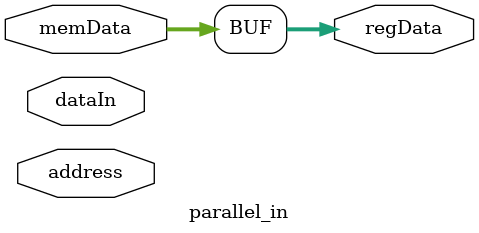
<source format=sv>
module parallel_in(
    input  logic [4:0] address,
    input  logic [7:0] memData,
    input  logic [7:0] dataIn,
    output logic [7:0] regData
);

    assign regData = (address == 8'hFF) ? dataIn: memData;
endmodule
</source>
